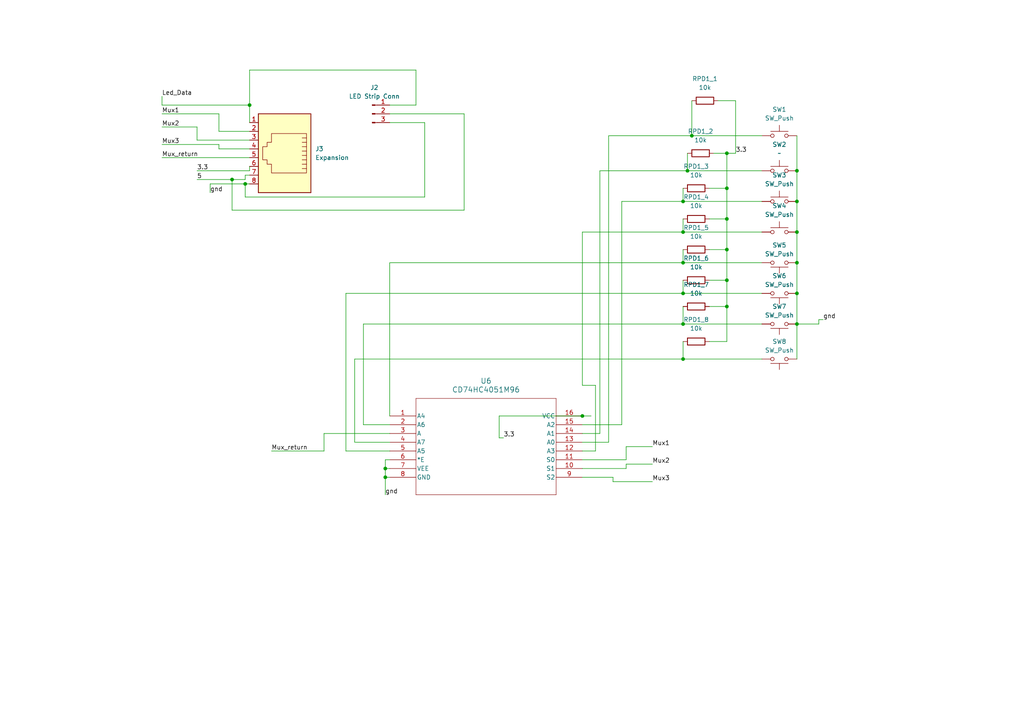
<source format=kicad_sch>
(kicad_sch (version 20230121) (generator eeschema)
  (paper "A4")
  (lib_symbols
    (symbol "2024-07-05_15-23-45:CD74HC4051M96" (pin_names (offset 0.254))
      (property "Reference" "U" (at 27.94 10.16 0))
      (property "Value" "CD74HC4051M96" (at 27.94 7.62 0))
      (symbol "CD74HC4051M96_0_1"
        (polyline (pts (xy 7.62 -22.86) (xy 48.26 -22.86)) (stroke (width 0.127)))
        (polyline (pts (xy 7.62 5.08) (xy 7.62 -22.86)) (stroke (width 0.127)))
        (polyline (pts (xy 48.26 -22.86) (xy 48.26 5.08)) (stroke (width 0.127)))
        (polyline (pts (xy 48.26 5.08) (xy 7.62 5.08)) (stroke (width 0.127)))
        (pin bidirectional line (at 0 0 0) (length 7.62) (name "A4") (number "1"))
        (pin bidirectional line (at 55.88 -15.24 180) (length 7.62) (name "S1") (number "10"))
        (pin bidirectional line (at 55.88 -12.7 180) (length 7.62) (name "S0") (number "11"))
        (pin bidirectional line (at 55.88 -10.16 180) (length 7.62) (name "A3") (number "12"))
        (pin bidirectional line (at 55.88 -7.62 180) (length 7.62) (name "A0") (number "13"))
        (pin bidirectional line (at 55.88 -5.08 180) (length 7.62) (name "A1") (number "14"))
        (pin bidirectional line (at 55.88 -2.54 180) (length 7.62) (name "A2") (number "15"))
        (pin power_in line (at 55.88 0 180) (length 7.62) (name "VCC") (number "16"))
        (pin bidirectional line (at 0 -2.54 0) (length 7.62) (name "A6") (number "2"))
        (pin bidirectional line (at 0 -5.08 0) (length 7.62) (name "A") (number "3"))
        (pin bidirectional line (at 0 -7.62 0) (length 7.62) (name "A7") (number "4"))
        (pin bidirectional line (at 0 -10.16 0) (length 7.62) (name "A5") (number "5"))
        (pin input line (at 0 -12.7 0) (length 7.62) (name "*E") (number "6"))
        (pin power_in line (at 0 -15.24 0) (length 7.62) (name "VEE") (number "7"))
        (pin power_in line (at 0 -17.78 0) (length 7.62) (name "GND") (number "8"))
        (pin bidirectional line (at 55.88 -17.78 180) (length 7.62) (name "S2") (number "9"))
      )
    )
    (symbol "Connector:8P8C" (pin_names (offset 1.016))
      (property "Reference" "J" (at -5.08 13.97 0))
      (property "Value" "8P8C" (at 2.54 13.97 0))
      (symbol "8P8C_0_1"
        (polyline (pts (xy -5.08 4.445) (xy -6.35 4.445)))
        (polyline (pts (xy -5.08 5.715) (xy -6.35 5.715)))
        (polyline (pts (xy -6.35 -3.175) (xy -5.08 -3.175) (xy -5.08 -3.175)))
        (polyline (pts (xy -6.35 -1.905) (xy -5.08 -1.905) (xy -5.08 -1.905)))
        (polyline (pts (xy -6.35 -0.635) (xy -5.08 -0.635) (xy -5.08 -0.635)))
        (polyline (pts (xy -6.35 0.635) (xy -5.08 0.635) (xy -5.08 0.635)))
        (polyline (pts (xy -6.35 1.905) (xy -5.08 1.905) (xy -5.08 1.905)))
        (polyline (pts (xy -5.08 3.175) (xy -6.35 3.175) (xy -6.35 3.175)))
        (polyline (pts (xy -6.35 -4.445) (xy -6.35 6.985) (xy 3.81 6.985) (xy 3.81 4.445) (xy 5.08 4.445) (xy 5.08 3.175) (xy 6.35 3.175) (xy 6.35 -0.635) (xy 5.08 -0.635) (xy 5.08 -1.905) (xy 3.81 -1.905) (xy 3.81 -4.445) (xy -6.35 -4.445) (xy -6.35 -4.445)))
        (rectangle (start 7.62 12.7) (end -7.62 -10.16) (stroke (width 0.254)) (fill (type background)))
      )
      (symbol "8P8C_1_1"
        (pin passive line (at 10.16 -7.62 180) (length 2.54) (name "~") (number "1"))
        (pin passive line (at 10.16 -5.08 180) (length 2.54) (name "~") (number "2"))
        (pin passive line (at 10.16 -2.54 180) (length 2.54) (name "~") (number "3"))
        (pin passive line (at 10.16 0 180) (length 2.54) (name "~") (number "4"))
        (pin passive line (at 10.16 2.54 180) (length 2.54) (name "~") (number "5"))
        (pin passive line (at 10.16 5.08 180) (length 2.54) (name "~") (number "6"))
        (pin passive line (at 10.16 7.62 180) (length 2.54) (name "~") (number "7"))
        (pin passive line (at 10.16 10.16 180) (length 2.54) (name "~") (number "8"))
      )
    )
    (symbol "Connector:Conn_01x03_Pin" (pin_names (offset 1.016) hide)
      (property "Reference" "J" (at 0 5.08 0))
      (property "Value" "Conn_01x03_Pin" (at 0 -5.08 0))
      (symbol "Conn_01x03_Pin_1_1"
        (polyline (pts (xy 1.27 -2.54) (xy 0.8636 -2.54)) (stroke (width 0.1524)))
        (polyline (pts (xy 1.27 0) (xy 0.8636 0)) (stroke (width 0.1524)))
        (polyline (pts (xy 1.27 2.54) (xy 0.8636 2.54)) (stroke (width 0.1524)))
        (rectangle (start 0.8636 -2.413) (end 0 -2.667) (stroke (width 0.1524)) (fill (type outline)))
        (rectangle (start 0.8636 0.127) (end 0 -0.127) (stroke (width 0.1524)) (fill (type outline)))
        (rectangle (start 0.8636 2.667) (end 0 2.413) (stroke (width 0.1524)) (fill (type outline)))
        (pin passive line (at 5.08 2.54 180) (length 3.81) (name "Pin_1") (number "1"))
        (pin passive line (at 5.08 0 180) (length 3.81) (name "Pin_2") (number "2"))
        (pin passive line (at 5.08 -2.54 180) (length 3.81) (name "Pin_3") (number "3"))
      )
    )
    (symbol "Device:R" (pin_numbers hide) (pin_names (offset 0))
      (property "Reference" "R" (at 2.032 0 90))
      (property "Value" "R" (at 0 0 90))
      (symbol "R_0_1"
        (rectangle (start -1.016 -2.54) (end 1.016 2.54) (stroke (width 0.254)))
      )
      (symbol "R_1_1"
        (pin passive line (at 0 3.81 270) (length 1.27) (name "~") (number "1"))
        (pin passive line (at 0 -3.81 90) (length 1.27) (name "~") (number "2"))
      )
    )
    (symbol "Switch:SW_Push" (pin_numbers hide) (pin_names (offset 1.016) hide)
      (property "Reference" "SW" (at 1.27 2.54 0))
      (property "Value" "SW_Push" (at 0 -1.524 0))
      (symbol "SW_Push_0_1"
        (circle (center -2.032 0) (radius 0.508))
        (polyline (pts (xy 0 1.27) (xy 0 3.048)))
        (polyline (pts (xy 2.54 1.27) (xy -2.54 1.27)))
        (circle (center 2.032 0) (radius 0.508))
        (pin passive line (at -5.08 0 0) (length 2.54) (name "1") (number "1"))
        (pin passive line (at 5.08 0 180) (length 2.54) (name "2") (number "2"))
      )
    )
  )
  (junction (at 210.82 54.61))
  (junction (at 199.39 49.53))
  (junction (at 231.14 49.53))
  (junction (at 231.14 85.09))
  (junction (at 72.39 30.48))
  (junction (at 198.12 67.31))
  (junction (at 198.12 76.2))
  (junction (at 198.12 85.09))
  (junction (at 168.91 120.65))
  (junction (at 231.14 93.98))
  (junction (at 111.76 138.43))
  (junction (at 71.12 53.34))
  (junction (at 210.82 72.39))
  (junction (at 198.12 104.14))
  (junction (at 210.82 81.28))
  (junction (at 210.82 44.45))
  (junction (at 198.12 58.42))
  (junction (at 210.82 88.9))
  (junction (at 198.12 93.98))
  (junction (at 231.14 76.2))
  (junction (at 231.14 58.42))
  (junction (at 111.76 135.89))
  (junction (at 67.31 52.07))
  (junction (at 200.66 39.37))
  (junction (at 210.82 63.5))
  (junction (at 231.14 67.31))
  (wire (pts (xy 57.15 49.53) (xy 72.39 49.53)))
  (wire (pts (xy 113.03 133.35) (xy 111.76 133.35)))
  (wire (pts (xy 210.82 99.06) (xy 210.82 88.9)))
  (wire (pts (xy 120.65 20.32) (xy 72.39 20.32)))
  (wire (pts (xy 176.53 39.37) (xy 200.66 39.37)))
  (wire (pts (xy 71.12 52.07) (xy 71.12 50.8)))
  (wire (pts (xy 181.61 133.35) (xy 181.61 129.54)))
  (wire (pts (xy 181.61 135.89) (xy 181.61 134.62)))
  (wire (pts (xy 231.14 58.42) (xy 231.14 67.31)))
  (wire (pts (xy 168.91 111.76) (xy 172.72 111.76)))
  (wire (pts (xy 71.12 53.34) (xy 71.12 57.15)))
  (wire (pts (xy 134.62 33.02) (xy 134.62 60.96)))
  (wire (pts (xy 198.12 63.5) (xy 198.12 67.31)))
  (wire (pts (xy 168.91 135.89) (xy 181.61 135.89)))
  (wire (pts (xy 63.5 33.02) (xy 63.5 38.1)))
  (wire (pts (xy 67.31 60.96) (xy 67.31 52.07)))
  (wire (pts (xy 199.39 44.45) (xy 199.39 49.53)))
  (wire (pts (xy 213.36 29.21) (xy 213.36 44.45)))
  (wire (pts (xy 205.74 63.5) (xy 210.82 63.5)))
  (wire (pts (xy 168.91 138.43) (xy 177.8 138.43)))
  (wire (pts (xy 57.15 52.07) (xy 67.31 52.07)))
  (wire (pts (xy 198.12 88.9) (xy 198.12 93.98)))
  (wire (pts (xy 60.96 53.34) (xy 71.12 53.34)))
  (wire (pts (xy 210.82 88.9) (xy 210.82 81.28)))
  (wire (pts (xy 134.62 60.96) (xy 67.31 60.96)))
  (wire (pts (xy 168.91 125.73) (xy 173.99 125.73)))
  (wire (pts (xy 67.31 52.07) (xy 71.12 52.07)))
  (wire (pts (xy 205.74 88.9) (xy 210.82 88.9)))
  (wire (pts (xy 198.12 81.28) (xy 198.12 85.09)))
  (wire (pts (xy 113.03 33.02) (xy 134.62 33.02)))
  (wire (pts (xy 180.34 123.19) (xy 180.34 58.42)))
  (wire (pts (xy 168.91 67.31) (xy 198.12 67.31)))
  (wire (pts (xy 198.12 67.31) (xy 220.98 67.31)))
  (wire (pts (xy 63.5 43.18) (xy 72.39 43.18)))
  (wire (pts (xy 63.5 38.1) (xy 72.39 38.1)))
  (wire (pts (xy 111.76 135.89) (xy 111.76 138.43)))
  (wire (pts (xy 205.74 81.28) (xy 210.82 81.28)))
  (wire (pts (xy 237.49 93.98) (xy 231.14 93.98)))
  (wire (pts (xy 113.03 123.19) (xy 105.41 123.19)))
  (wire (pts (xy 168.91 130.81) (xy 172.72 130.81)))
  (wire (pts (xy 181.61 129.54) (xy 189.23 129.54)))
  (wire (pts (xy 105.41 123.19) (xy 105.41 93.98)))
  (wire (pts (xy 123.19 57.15) (xy 71.12 57.15)))
  (wire (pts (xy 199.39 49.53) (xy 220.98 49.53)))
  (wire (pts (xy 210.82 72.39) (xy 210.82 63.5)))
  (wire (pts (xy 168.91 123.19) (xy 180.34 123.19)))
  (wire (pts (xy 72.39 30.48) (xy 72.39 35.56)))
  (wire (pts (xy 198.12 99.06) (xy 198.12 104.14)))
  (wire (pts (xy 72.39 49.53) (xy 72.39 48.26)))
  (wire (pts (xy 198.12 104.14) (xy 220.98 104.14)))
  (wire (pts (xy 113.03 130.81) (xy 100.33 130.81)))
  (wire (pts (xy 46.99 41.91) (xy 63.5 41.91)))
  (wire (pts (xy 198.12 76.2) (xy 220.98 76.2)))
  (wire (pts (xy 72.39 20.32) (xy 72.39 30.48)))
  (wire (pts (xy 207.01 44.45) (xy 210.82 44.45)))
  (wire (pts (xy 100.33 130.81) (xy 100.33 85.09)))
  (wire (pts (xy 144.78 120.65) (xy 144.78 127)))
  (wire (pts (xy 238.76 92.71) (xy 237.49 92.71)))
  (wire (pts (xy 60.96 55.88) (xy 60.96 53.34)))
  (wire (pts (xy 198.12 85.09) (xy 220.98 85.09)))
  (wire (pts (xy 105.41 93.98) (xy 198.12 93.98)))
  (wire (pts (xy 210.82 81.28) (xy 210.82 72.39)))
  (wire (pts (xy 46.99 27.94) (xy 46.99 30.48)))
  (wire (pts (xy 168.91 120.65) (xy 144.78 120.65)))
  (wire (pts (xy 46.99 33.02) (xy 63.5 33.02)))
  (wire (pts (xy 198.12 54.61) (xy 198.12 58.42)))
  (wire (pts (xy 100.33 85.09) (xy 198.12 85.09)))
  (wire (pts (xy 205.74 99.06) (xy 210.82 99.06)))
  (wire (pts (xy 111.76 133.35) (xy 111.76 135.89)))
  (wire (pts (xy 231.14 76.2) (xy 231.14 85.09)))
  (wire (pts (xy 200.66 39.37) (xy 220.98 39.37)))
  (wire (pts (xy 198.12 58.42) (xy 220.98 58.42)))
  (wire (pts (xy 208.28 29.21) (xy 213.36 29.21)))
  (wire (pts (xy 231.14 67.31) (xy 231.14 76.2)))
  (wire (pts (xy 113.03 76.2) (xy 198.12 76.2)))
  (wire (pts (xy 93.98 125.73) (xy 113.03 125.73)))
  (wire (pts (xy 210.82 44.45) (xy 213.36 44.45)))
  (wire (pts (xy 177.8 139.7) (xy 189.23 139.7)))
  (wire (pts (xy 93.98 130.81) (xy 93.98 125.73)))
  (wire (pts (xy 173.99 125.73) (xy 173.99 49.53)))
  (wire (pts (xy 102.87 128.27) (xy 102.87 104.14)))
  (wire (pts (xy 63.5 41.91) (xy 63.5 43.18)))
  (wire (pts (xy 46.99 45.72) (xy 72.39 45.72)))
  (wire (pts (xy 176.53 128.27) (xy 176.53 39.37)))
  (wire (pts (xy 46.99 36.83) (xy 57.15 36.83)))
  (wire (pts (xy 113.03 128.27) (xy 102.87 128.27)))
  (wire (pts (xy 198.12 72.39) (xy 198.12 76.2)))
  (wire (pts (xy 102.87 104.14) (xy 198.12 104.14)))
  (wire (pts (xy 231.14 49.53) (xy 231.14 58.42)))
  (wire (pts (xy 231.14 93.98) (xy 231.14 104.14)))
  (wire (pts (xy 111.76 143.51) (xy 111.76 138.43)))
  (wire (pts (xy 123.19 35.56) (xy 113.03 35.56)))
  (wire (pts (xy 210.82 63.5) (xy 210.82 54.61)))
  (wire (pts (xy 231.14 85.09) (xy 231.14 93.98)))
  (wire (pts (xy 210.82 54.61) (xy 210.82 44.45)))
  (wire (pts (xy 237.49 92.71) (xy 237.49 93.98)))
  (wire (pts (xy 172.72 111.76) (xy 172.72 130.81)))
  (wire (pts (xy 177.8 139.7) (xy 177.8 138.43)))
  (wire (pts (xy 57.15 40.64) (xy 72.39 40.64)))
  (wire (pts (xy 123.19 35.56) (xy 123.19 57.15)))
  (wire (pts (xy 205.74 72.39) (xy 210.82 72.39)))
  (wire (pts (xy 113.03 135.89) (xy 111.76 135.89)))
  (wire (pts (xy 78.74 130.81) (xy 93.98 130.81)))
  (wire (pts (xy 231.14 39.37) (xy 231.14 49.53)))
  (wire (pts (xy 171.45 120.65) (xy 168.91 120.65)))
  (wire (pts (xy 168.91 128.27) (xy 176.53 128.27)))
  (wire (pts (xy 113.03 76.2) (xy 113.03 120.65)))
  (wire (pts (xy 168.91 133.35) (xy 181.61 133.35)))
  (wire (pts (xy 120.65 30.48) (xy 120.65 20.32)))
  (wire (pts (xy 71.12 50.8) (xy 72.39 50.8)))
  (wire (pts (xy 111.76 138.43) (xy 113.03 138.43)))
  (wire (pts (xy 113.03 30.48) (xy 120.65 30.48)))
  (wire (pts (xy 57.15 36.83) (xy 57.15 40.64)))
  (wire (pts (xy 144.78 127) (xy 146.05 127)))
  (wire (pts (xy 46.99 30.48) (xy 72.39 30.48)))
  (wire (pts (xy 205.74 54.61) (xy 210.82 54.61)))
  (wire (pts (xy 71.12 53.34) (xy 72.39 53.34)))
  (wire (pts (xy 181.61 134.62) (xy 189.23 134.62)))
  (wire (pts (xy 200.66 29.21) (xy 200.66 39.37)))
  (wire (pts (xy 198.12 93.98) (xy 220.98 93.98)))
  (wire (pts (xy 173.99 49.53) (xy 199.39 49.53)))
  (wire (pts (xy 180.34 58.42) (xy 198.12 58.42)))
  (wire (pts (xy 168.91 111.76) (xy 168.91 67.31)))
  (label "gnd" (at 111.76 143.51 0))
  (label "Mux1" (at 46.99 33.02 0))
  (label "Mux3" (at 46.99 41.91 0))
  (label "Mux_return" (at 46.99 45.72 0))
  (label "gnd" (at 60.96 55.88 0))
  (label "5" (at 57.15 52.07 0))
  (label "3.3" (at 57.15 49.53 0))
  (label "gnd" (at 238.76 92.71 0))
  (label "Mux2" (at 189.23 134.62 0))
  (label "3.3" (at 213.36 44.45 0))
  (label "Led_Data" (at 46.99 27.94 0))
  (label "Mux1" (at 189.23 129.54 0))
  (label "Mux2" (at 46.99 36.83 0))
  (label "Mux3" (at 189.23 139.7 0))
  (label "3.3" (at 146.05 127 0))
  (label "Mux_return" (at 78.74 130.81 0))
  (symbol (lib_id "Device:R") (at 201.93 81.28 90) (unit 1)
    (property "Reference" "RPD1_6" (at 201.93 74.93 90))
    (property "Value" "10k" (at 201.93 77.47 90))
    (property "Footprint" "Resistor_SMD:R_0805_2012Metric_Pad1.20x1.40mm_HandSolder" (effects hide))
  )
  (symbol (lib_id "Switch:SW_Push") (at 226.06 49.53 0) (unit 1)
    (property "Reference" "SW2" (at 226.06 41.91 0))
    (property "Value" "~" (at 226.06 44.45 0))
    (property "Footprint" "TerminalBlock_4Ucon:TerminalBlock_4Ucon_1x02_P3.50mm_Vertical" (effects hide))
  )
  (symbol (lib_id "Switch:SW_Push") (at 226.06 58.42 0) (unit 1)
    (property "Reference" "SW3" (at 226.06 50.8 0))
    (property "Value" "SW_Push" (at 226.06 53.34 0))
    (property "Footprint" "TerminalBlock_4Ucon:TerminalBlock_4Ucon_1x02_P3.50mm_Vertical" (effects hide))
  )
  (symbol (lib_id "Device:R") (at 201.93 88.9 90) (unit 1)
    (property "Reference" "RPD1_7" (at 201.93 82.55 90))
    (property "Value" "10k" (at 201.93 85.09 90))
    (property "Footprint" "Resistor_SMD:R_0805_2012Metric_Pad1.20x1.40mm_HandSolder" (effects hide))
  )
  (symbol (lib_id "Switch:SW_Push") (at 226.06 67.31 0) (unit 1)
    (property "Reference" "SW4" (at 226.06 59.69 0))
    (property "Value" "SW_Push" (at 226.06 62.23 0))
    (property "Footprint" "TerminalBlock_4Ucon:TerminalBlock_4Ucon_1x02_P3.50mm_Vertical" (effects hide))
  )
  (symbol (lib_id "Switch:SW_Push") (at 226.06 85.09 180) (unit 1)
    (property "Reference" "SW6" (at 226.06 80.01 0))
    (property "Value" "SW_Push" (at 226.06 82.55 0))
    (property "Footprint" "TerminalBlock_4Ucon:TerminalBlock_4Ucon_1x02_P3.50mm_Vertical" (effects hide))
  )
  (symbol (lib_id "Connector:Conn_01x03_Pin") (at 107.95 33.02 0) (unit 1)
    (property "Reference" "J2" (at 108.585 25.4 0))
    (property "Value" "LED Strip Conn" (at 108.585 27.94 0))
    (property "Footprint" "Connector_PinHeader_2.54mm:PinHeader_1x03_P2.54mm_Vertical" (effects hide))
  )
  (symbol (lib_id "Device:R") (at 201.93 63.5 90) (unit 1)
    (property "Reference" "RPD1_4" (at 201.93 57.15 90))
    (property "Value" "10k" (at 201.93 59.69 90))
    (property "Footprint" "Resistor_SMD:R_0805_2012Metric_Pad1.20x1.40mm_HandSolder" (effects hide))
  )
  (symbol (lib_id "Device:R") (at 203.2 44.45 90) (unit 1)
    (property "Reference" "RPD1_2" (at 203.2 38.1 90))
    (property "Value" "10k" (at 203.2 40.64 90))
    (property "Footprint" "Resistor_SMD:R_0805_2012Metric_Pad1.20x1.40mm_HandSolder" (effects hide))
  )
  (symbol (lib_id "Device:R") (at 201.93 72.39 90) (unit 1)
    (property "Reference" "RPD1_5" (at 201.93 66.04 90))
    (property "Value" "10k" (at 201.93 68.58 90))
    (property "Footprint" "Resistor_SMD:R_0805_2012Metric_Pad1.20x1.40mm_HandSolder" (effects hide))
  )
  (symbol (lib_id "Device:R") (at 201.93 99.06 90) (unit 1)
    (property "Reference" "RPD1_8" (at 201.93 92.71 90))
    (property "Value" "10k" (at 201.93 95.25 90))
    (property "Footprint" "Resistor_SMD:R_0805_2012Metric_Pad1.20x1.40mm_HandSolder" (effects hide))
  )
  (symbol (lib_id "Connector:8P8C") (at 82.55 43.18 180) (unit 1)
    (property "Reference" "J3" (at 91.44 43.18 0) (effects (justify right)))
    (property "Value" "Expansion" (at 91.44 45.72 0) (effects (justify right)))
    (property "Footprint" "Connector_RJ:RJ45_Amphenol_54602-x08_Horizontal" (effects hide))
  )
  (symbol (lib_id "Device:R") (at 204.47 29.21 90) (unit 1)
    (property "Reference" "RPD1_1" (at 204.47 22.86 90))
    (property "Value" "10k" (at 204.47 25.4 90))
    (property "Footprint" "Resistor_SMD:R_0805_2012Metric_Pad1.20x1.40mm_HandSolder" (effects hide))
  )
  (symbol (lib_id "Switch:SW_Push") (at 226.06 39.37 0) (unit 1)
    (property "Reference" "SW1" (at 226.06 31.75 0))
    (property "Value" "SW_Push" (at 226.06 34.29 0))
    (property "Footprint" "TerminalBlock_4Ucon:TerminalBlock_4Ucon_1x02_P3.50mm_Vertical" (effects hide))
  )
  (symbol (lib_id "Device:R") (at 201.93 54.61 90) (unit 1)
    (property "Reference" "RPD1_3" (at 201.93 48.26 90))
    (property "Value" "10k" (at 201.93 50.8 90))
    (property "Footprint" "Resistor_SMD:R_0805_2012Metric_Pad1.20x1.40mm_HandSolder" (effects hide))
  )
  (symbol (lib_id "Switch:SW_Push") (at 226.06 76.2 180) (unit 1)
    (property "Reference" "SW5" (at 226.06 71.12 0))
    (property "Value" "SW_Push" (at 226.06 73.66 0))
    (property "Footprint" "TerminalBlock_4Ucon:TerminalBlock_4Ucon_1x02_P3.50mm_Vertical" (effects hide))
  )
  (symbol (lib_id "Switch:SW_Push") (at 226.06 104.14 180) (unit 1)
    (property "Reference" "SW8" (at 226.06 99.06 0))
    (property "Value" "SW_Push" (at 226.06 101.6 0))
    (property "Footprint" "TerminalBlock_4Ucon:TerminalBlock_4Ucon_1x02_P3.50mm_Vertical" (effects hide))
  )
  (symbol (lib_id "2024-07-05_15-23-45:CD74HC4051M96") (at 113.03 120.65 0) (unit 1)
    (property "Reference" "U6" (at 140.97 110.49 0) (effects (font (size 1.524 1.524))))
    (property "Value" "CD74HC4051M96" (at 140.97 113.03 0) (effects (font (size 1.524 1.524))))
    (property "Footprint" "Package_SO:QSOP-16_3.9x4.9mm_P0.635mm" (effects hide))
    (property "Datasheet" "CD74HC4051M96" (effects hide))
  )
  (symbol (lib_id "Switch:SW_Push") (at 226.06 93.98 180) (unit 1)
    (property "Reference" "SW7" (at 226.06 88.9 0))
    (property "Value" "SW_Push" (at 226.06 91.44 0))
    (property "Footprint" "TerminalBlock_4Ucon:TerminalBlock_4Ucon_1x02_P3.50mm_Vertical" (effects hide))
  )
)
</source>
